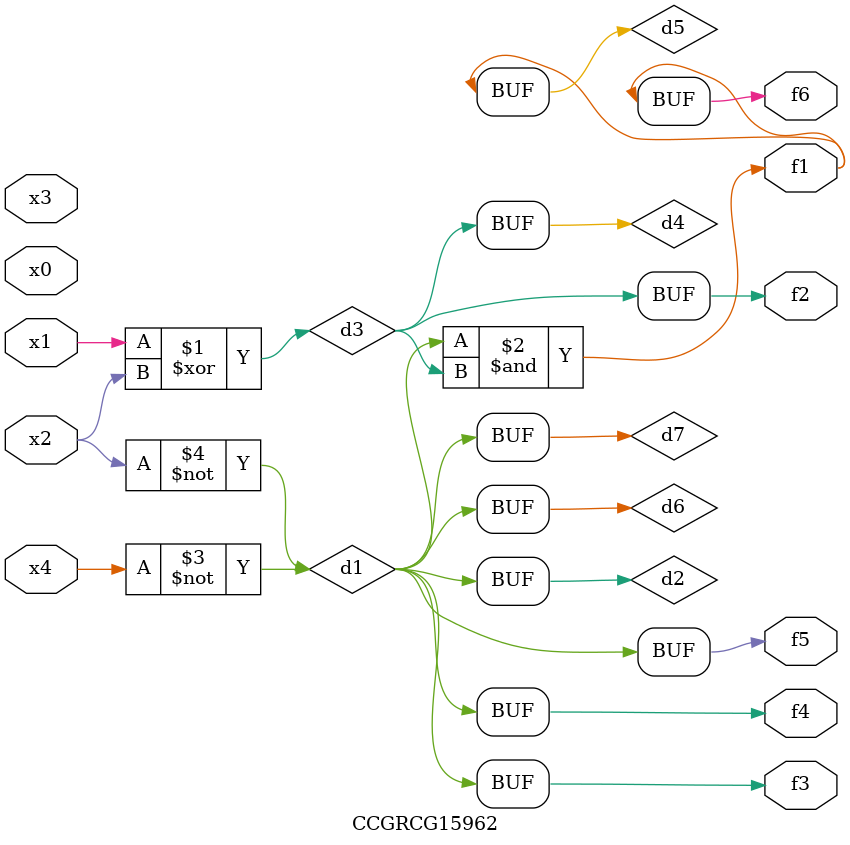
<source format=v>
module CCGRCG15962(
	input x0, x1, x2, x3, x4,
	output f1, f2, f3, f4, f5, f6
);

	wire d1, d2, d3, d4, d5, d6, d7;

	not (d1, x4);
	not (d2, x2);
	xor (d3, x1, x2);
	buf (d4, d3);
	and (d5, d1, d3);
	buf (d6, d1, d2);
	buf (d7, d2);
	assign f1 = d5;
	assign f2 = d4;
	assign f3 = d7;
	assign f4 = d7;
	assign f5 = d7;
	assign f6 = d5;
endmodule

</source>
